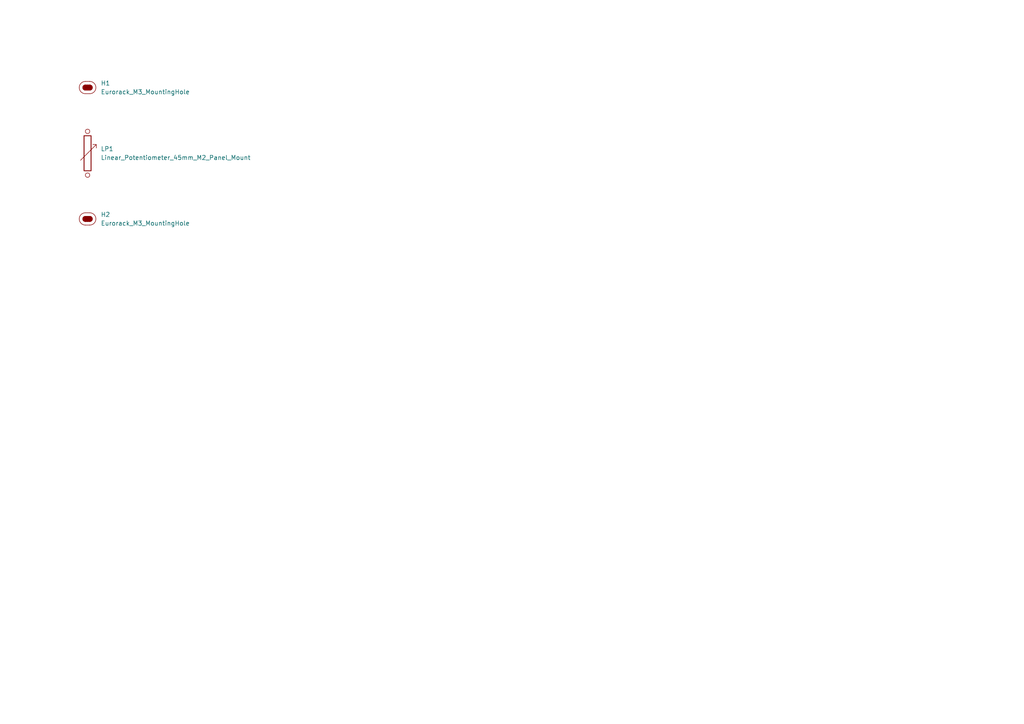
<source format=kicad_sch>
(kicad_sch (version 20250114) (generator "eeschema") (generator_version "9.0")
  (paper "A4")
  (lib_symbols
    (symbol "EXC:Eurorack_M3_MountingHole" (pin_names (offset 1.016))
      (property "Reference" "H" (at 0 5.08 0))
      (property "Value" "Eurorack_M3_MountingHole" (at 0 3.175 0))
      (symbol "Eurorack_M3_MountingHole_0_1"
        (polyline (pts (xy -0.635 0.762) (xy 0.635 0.762)))
        (circle (center -0.635 0) (radius 0.762) (fill (type outline)))
        (arc (start -0.635 -0.762) (mid -1.397 0) (end -0.635 0.762))
        (arc (start -0.635 -1.778) (mid -2.413 0) (end -0.635 1.778))
        (polyline (pts (xy -0.635 -0.762) (xy 0.635 -0.762)))
        (polyline (pts (xy -0.635 -1.778) (xy 0.635 -1.778)))
        (circle (center 0 0) (radius 0.762) (fill (type outline)))
        (polyline (pts (xy 0.635 1.778) (xy -0.635 1.778)))
        (arc (start 0.6141 1.778) (mid 2.4131 0) (end 0.6141 -1.778))
        (arc (start 0.6227 0.762) (mid 1.3971 0) (end 0.6227 -0.762))
        (circle (center 0.635 0) (radius 0.762) (fill (type outline)))
      )
    )
    (symbol "EXC:Linear_Potentiometer_45mm_M2_Panel_Mount" (pin_numbers (hide yes)) (pin_names (offset 0))
      (property "Reference" "LP" (at 0 8.128 0))
      (property "Value" "Linear_Potentiometer_45mm_M2_Panel_Mount" (at 0.254 -8.636 0))
      (symbol "Linear_Potentiometer_45mm_M2_Panel_Mount_0_1"
        (rectangle (start -1.016 5.08) (end 1.016 -5.08) (stroke (width 0.254)))
        (circle (center 0 6.35) (radius 0.635))
        (circle (center 0 -6.35) (radius 0.635))
        (polyline (pts (xy 2.54 1.524) (xy 2.54 2.54) (xy 1.524 2.54) (xy 2.54 2.54) (xy -2.032 -2.032)))
      )
    )
  )
  (symbol (lib_id "EXC:Eurorack_M3_MountingHole") (at 25.4 63.5 0) (unit 1)
    (property "Reference" "H2" (at 29.21 62.2299 0) (effects (justify left)))
    (property "Value" "Eurorack_M3_MountingHole" (at 29.21 64.7699 0) (effects (justify left)))
    (property "Footprint" "EXC:MountingHole_3.2mm_M3" (effects (hide yes)))
    (property "Description" "Mounting Hole without connection" (effects (hide yes)))
  )
  (symbol (lib_id "EXC:Eurorack_M3_MountingHole") (at 25.4 25.4 0) (unit 1)
    (property "Reference" "H1" (at 29.21 24.1299 0) (effects (justify left)))
    (property "Value" "Eurorack_M3_MountingHole" (at 29.21 26.6699 0) (effects (justify left)))
    (property "Footprint" "EXC:MountingHole_3.2mm_M3" (effects (hide yes)))
    (property "Description" "Mounting Hole without connection" (effects (hide yes)))
  )
  (symbol (lib_id "EXC:Linear_Potentiometer_45mm_M2_Panel_Mount") (at 25.4 44.45 0) (unit 1)
    (property "Reference" "LP1" (at 29.21 43.1799 0) (effects (justify left)))
    (property "Value" "Linear_Potentiometer_45mm_M2_Panel_Mount" (at 29.21 45.7199 0) (effects (justify left)))
    (property "Footprint" "EXC:Linear_Potentiometer_45mm_M2_Panel_Mount" (effects (hide yes)))
    (property "Datasheet" "https://cdn-shop.adafruit.com/product-files/4272/P4272+C13403-001+Data+Sheet+.pdf" (effects (hide yes)))
    (property "Description" "Slide Potentiometer with Knob - 45mm Long - 10KΩ. Panel-mounted with 2x M2 screws, 41mm apart." (effects (hide yes)))
    (property "Source" "https://www.adafruit.com/product/4272" (effects (hide yes)))
  )
)
</source>
